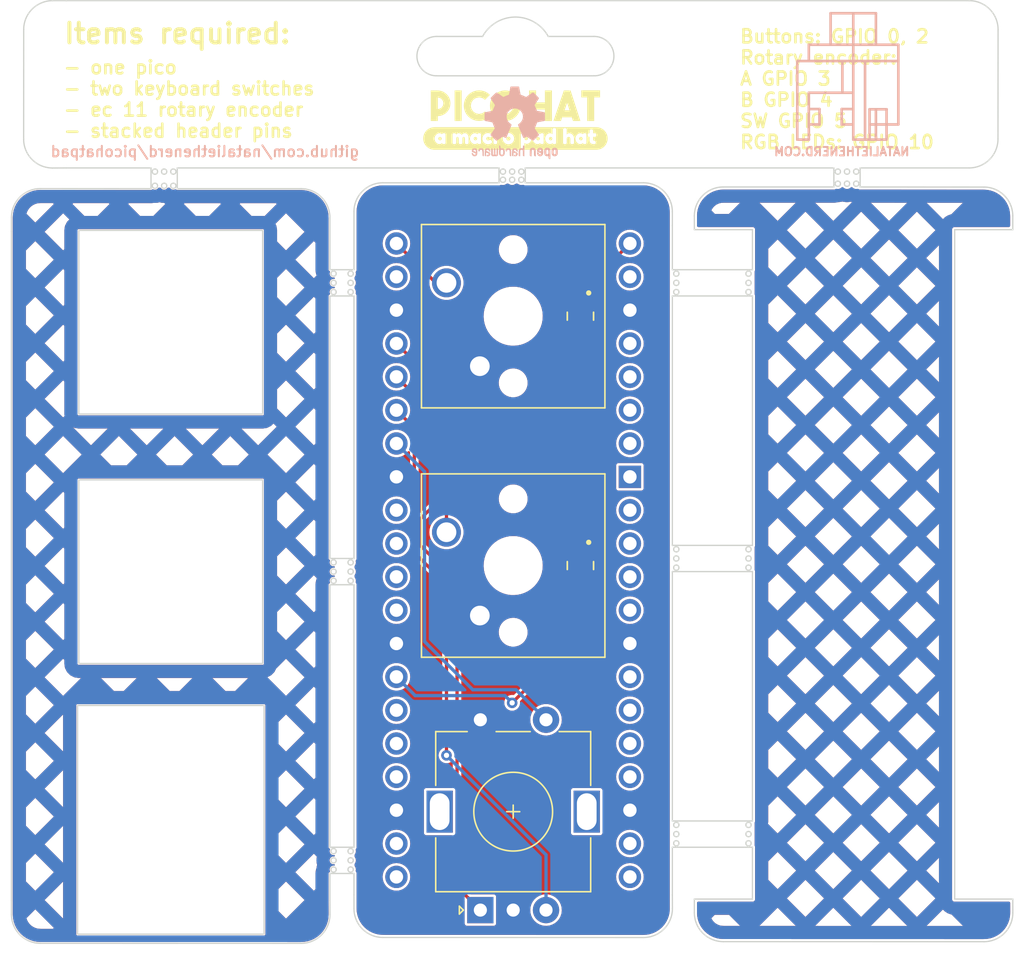
<source format=kicad_pcb>
(kicad_pcb (version 20211014) (generator pcbnew)
  (layers (0 "F.Cu" signal) (31 "B.Cu" signal) (34 "B.Paste" user) (35 "F.Paste" user) (36 "B.SilkS" user "B.Silkscreen") (37 "F.SilkS" user "F.Silkscreen") (38 "B.Mask" user) (39 "F.Mask" user) (44 "Edge.Cuts" user))
  (net 0 "")
  (net 1 "/GPIO5")
  (net 7 "/GPIO10")
  (net 28 "/VBUS")
  (net 29 "GND")
  (net 30 "/GPIO4")
  (net 31 "/GPIO3")
  (net 32 "/GPIO2")
  (net 33 "/GPIO0")
  (net 35 "Net-(U2-Pad1)")
  (footprint "Button_Switch_Keyboard:SW_Cherry_MX_1.00u_PCB" (layer "F.Cu") (at 73 57 90)
    (fp_text reference "SW2" hide)
    (fp_text value "SW_DIP_x01")
    (pad "" np_thru_hole circle locked (at -7.62 5.08 90) (size 1.7 1.7) (drill 1.7) (layers *.Cu *.Mask))
    (pad "" np_thru_hole circle locked (at -2.54 5.08 90) (size 4 4) (drill 4) (layers *.Cu *.Mask))
    (pad "" np_thru_hole circle locked (at 2.54 5.08 90) (size 1.7 1.7) (drill 1.7) (layers *.Cu *.Mask))
    (pad "1" thru_hole circle locked (at 0 0 90) (size 2.2 2.2) (drill 1.5) (layers *.Cu *.Mask) (net 33 "/GPIO0"))
    (pad "2" thru_hole circle locked (at -6.35 2.54 90) (size 2.2 2.2) (drill 1.5) (layers *.Cu *.Mask) (net 29 "GND"))
  )
  (footprint "Button_Switch_Keyboard:SW_Cherry_MX_1.00u_PCB" (layer "F.Cu") (at 73 76 90)
    (fp_text reference "SW1" hide)
    (fp_text value "SW_DIP_x01")
    (pad "" np_thru_hole circle locked (at 2.54 5.08 90) (size 1.7 1.7) (drill 1.7) (layers *.Cu *.Mask))
    (pad "" np_thru_hole circle locked (at -7.62 5.08 90) (size 1.7 1.7) (drill 1.7) (layers *.Cu *.Mask))
    (pad "" np_thru_hole circle locked (at -2.54 5.08 90) (size 4 4) (drill 4) (layers *.Cu *.Mask))
    (pad "1" thru_hole circle locked (at 0 0 90) (size 2.2 2.2) (drill 1.5) (layers *.Cu *.Mask) (net 32 "/GPIO2"))
    (pad "2" thru_hole circle locked (at -6.35 2.54 90) (size 2.2 2.2) (drill 1.5) (layers *.Cu *.Mask) (net 29 "GND"))
  )
  (footprint "kibuzzard-63419FC0" (layer "F.Cu") (at 78.25 46)
    (fp_text reference "kibuzzard-63419FC0" hide)
    (fp_text value "G***" hide)
  )
  (footprint "Rotary_Encoder:RotaryEncoder_Alps_EC11E-Switch_Vertical_H20mm" (layer "F.Cu") (at 75.58 104.79 90)
    (fp_text reference "SW3" hide)
    (fp_text value "RotaryEncoder_Switch")
    (pad "A" thru_hole rect locked (at 0 0 90) (size 2 2) (drill 1) (layers *.Cu *.Mask) (net 31 "/GPIO3"))
    (pad "B" thru_hole circle locked (at 0 5 90) (size 2 2) (drill 1) (layers *.Cu *.Mask) (net 30 "/GPIO4"))
    (pad "C" thru_hole circle locked (at 0 2.5 90) (size 2 2) (drill 1) (layers *.Cu *.Mask) (net 29 "GND"))
    (pad "MP" thru_hole rect locked (at 7.5 -3.1 90) (size 3.2 2) (drill oval 2.8 1.5) (layers *.Cu *.Mask))
    (pad "MP" thru_hole rect locked (at 7.5 8.1 90) (size 3.2 2) (drill oval 2.8 1.5) (layers *.Cu *.Mask))
    (pad "S1" thru_hole circle locked (at 14.5 5 90) (size 2 2) (drill 1) (layers *.Cu *.Mask) (net 1 "/GPIO5"))
    (pad "S2" thru_hole circle locked (at 14.5 0 90) (size 2 2) (drill 1) (layers *.Cu *.Mask) (net 29 "GND"))
  )
  (footprint "KiFont-63419F7A" (layer "F.Cu") (at 78.25 43.5)
    (fp_text reference "KiFont-63419F7A" hide)
    (fp_text value "G***" hide)
  )
  (footprint "MCU_RaspberryPi_and_Boards:RPi_Pico_SMD_TH" (layer "F.Cu") (at 78.077822 78.130301)
    (fp_text reference "U1" hide)
    (fp_text value "Pico")
    (pad "1" thru_hole oval (at -8.89 -24.13) (size 1.7 1.7) (drill 1.02) (layers *.Cu *.Mask) (net 33 "/GPIO0"))
    (pad "2" thru_hole oval (at -8.89 -21.59) (size 1.7 1.7) (drill 1.02) (layers *.Cu *.Mask))
    (pad "3" thru_hole rect (at -8.89 -19.05) (size 1.7 1.7) (drill 1.02) (layers *.Cu *.Mask) (net 29 "GND"))
    (pad "4" thru_hole oval (at -8.89 -16.51) (size 1.7 1.7) (drill 1.02) (layers *.Cu *.Mask) (net 32 "/GPIO2"))
    (pad "5" thru_hole oval (at -8.89 -13.97) (size 1.7 1.7) (drill 1.02) (layers *.Cu *.Mask) (net 31 "/GPIO3"))
    (pad "6" thru_hole oval (at -8.89 -11.43) (size 1.7 1.7) (drill 1.02) (layers *.Cu *.Mask) (net 30 "/GPIO4"))
    (pad "7" thru_hole oval (at -8.89 -8.89) (size 1.7 1.7) (drill 1.02) (layers *.Cu *.Mask) (net 1 "/GPIO5"))
    (pad "8" thru_hole rect (at -8.89 -6.35) (size 1.7 1.7) (drill 1.02) (layers *.Cu *.Mask) (net 29 "GND"))
    (pad "9" thru_hole oval (at -8.89 -3.81) (size 1.7 1.7) (drill 1.02) (layers *.Cu *.Mask))
    (pad "10" thru_hole oval (at -8.89 -1.27) (size 1.7 1.7) (drill 1.02) (layers *.Cu *.Mask))
    (pad "11" thru_hole oval (at -8.89 1.27) (size 1.7 1.7) (drill 1.02) (layers *.Cu *.Mask))
    (pad "12" thru_hole oval (at -8.89 3.81) (size 1.7 1.7) (drill 1.02) (layers *.Cu *.Mask))
    (pad "13" thru_hole rect (at -8.89 6.35) (size 1.7 1.7) (drill 1.02) (layers *.Cu *.Mask) (net 29 "GND"))
    (pad "14" thru_hole oval (at -8.89 8.89) (size 1.7 1.7) (drill 1.02) (layers *.Cu *.Mask) (net 7 "/GPIO10"))
    (pad "15" thru_hole oval (at -8.89 11.43) (size 1.7 1.7) (drill 1.02) (layers *.Cu *.Mask))
    (pad "16" thru_hole oval (at -8.89 13.97) (size 1.7 1.7) (drill 1.02) (layers *.Cu *.Mask))
    (pad "17" thru_hole oval (at -8.89 16.51) (size 1.7 1.7) (drill 1.02) (layers *.Cu *.Mask))
    (pad "18" thru_hole rect (at -8.89 19.05) (size 1.7 1.7) (drill 1.02) (layers *.Cu *.Mask) (net 29 "GND"))
    (pad "19" thru_hole oval (at -8.89 21.59) (size 1.7 1.7) (drill 1.02) (layers *.Cu *.Mask))
    (pad "20" thru_hole oval (at -8.89 24.13) (size 1.7 1.7) (drill 1.02) (layers *.Cu *.Mask))
    (pad "21" thru_hole oval (at 8.89 24.13) (size 1.7 1.7) (drill 1.02) (layers *.Cu *.Mask))
    (pad "22" thru_hole oval (at 8.89 21.59) (size 1.7 1.7) (drill 1.02) (layers *.Cu *.Mask))
    (pad "23" thru_hole rect (at 8.89 19.05) (size 1.7 1.7) (drill 1.02) (layers *.Cu *.Mask) (net 29 "GND"))
    (pad "24" thru_hole oval (at 8.89 16.51) (size 1.7 1.7) (drill 1.02) (layers *.Cu *.Mask))
    (pad "25" thru_hole oval (at 8.89 13.97) (size 1.7 1.7) (drill 1.02) (layers *.Cu *.Mask))
    (pad "26" thru_hole oval (at 8.89 11.43) (size 1.7 1.7) (drill 1.02) (layers *.Cu *.Mask))
    (pad "27" thru_hole oval (at 8.89 8.89) (size 1.7 1.7) (drill 1.02) (layers *.Cu *.Mask))
    (pad "28" thru_hole rect (at 8.89 6.35) (size 1.7 1.7) (drill 1.02) (layers *.Cu *.Mask) (net 29 "GND"))
    (pad "29" thru_hole oval (at 8.89 3.81) (size 1.7 1.7) (drill 1.02) (layers *.Cu *.Mask))
    (pad "30" thru_hole oval (at 8.89 1.27) (size 1.7 1.7) (drill 1.02) (layers *.Cu *.Mask))
    (pad "31" thru_hole oval (at 8.89 -1.27) (size 1.7 1.7) (drill 1.02) (layers *.Cu *.Mask))
    (pad "32" thru_hole oval (at 8.89 -3.81) (size 1.7 1.7) (drill 1.02) (layers *.Cu *.Mask))
    (pad "33" thru_hole rect (at 8.89 -6.35) (size 1.7 1.7) (drill 1.02) (layers *.Cu *.Mask))
    (pad "34" thru_hole oval (at 8.89 -8.89) (size 1.7 1.7) (drill 1.02) (layers *.Cu *.Mask))
    (pad "35" thru_hole oval (at 8.89 -11.43) (size 1.7 1.7) (drill 1.02) (layers *.Cu *.Mask))
    (pad "36" thru_hole oval (at 8.89 -13.97) (size 1.7 1.7) (drill 1.02) (layers *.Cu *.Mask))
    (pad "37" thru_hole oval (at 8.89 -16.51) (size 1.7 1.7) (drill 1.02) (layers *.Cu *.Mask))
    (pad "38" thru_hole rect (at 8.89 -19.05) (size 1.7 1.7) (drill 1.02) (layers *.Cu *.Mask) (net 29 "GND"))
    (pad "39" thru_hole oval (at 8.89 -21.59) (size 1.7 1.7) (drill 1.02) (layers *.Cu *.Mask))
    (pad "40" thru_hole oval (at 8.89 -24.13) (size 1.7 1.7) (drill 1.02) (layers *.Cu *.Mask) (net 28 "/VBUS"))
  )
  (footprint "WS2812-2020:LED_WS2812-2020" (layer "F.Cu") (at 83.2 78.54 -90)
    (fp_text reference "U2" hide)
    (fp_text value "WS2812-2020")
    (pad "1" smd rect locked (at -0.915 -0.55 270) (size 0.7 0.7) (layers "F.Cu" "F.Paste" "F.Mask") (net 35 "Net-(U2-Pad1)"))
    (pad "2" smd rect locked (at -0.915 0.55 270) (size 0.7 0.7) (layers "F.Cu" "F.Paste" "F.Mask") (net 29 "GND"))
    (pad "3" smd rect locked (at 0.915 0.55 270) (size 0.7 0.7) (layers "F.Cu" "F.Paste" "F.Mask") (net 7 "/GPIO10"))
    (pad "4" smd rect locked (at 0.915 -0.55 270) (size 0.7 0.7) (layers "F.Cu" "F.Paste" "F.Mask") (net 28 "/VBUS"))
  )
  (footprint "WS2812-2020:LED_WS2812-2020" (layer "F.Cu") (at 83.2 59.54 -90)
    (fp_text reference "U3" hide)
    (fp_text value "WS2812-2020")
    (pad "1" smd rect locked (at -0.915 -0.55 270) (size 0.7 0.7) (layers "F.Cu" "F.Paste" "F.Mask"))
    (pad "2" smd rect locked (at -0.915 0.55 270) (size 0.7 0.7) (layers "F.Cu" "F.Paste" "F.Mask") (net 29 "GND"))
    (pad "3" smd rect locked (at 0.915 0.55 270) (size 0.7 0.7) (layers "F.Cu" "F.Paste" "F.Mask") (net 35 "Net-(U2-Pad1)"))
    (pad "4" smd rect locked (at 0.915 -0.55 270) (size 0.7 0.7) (layers "F.Cu" "F.Paste" "F.Mask") (net 28 "/VBUS"))
  )
  (footprint "Symbol:OSHW-Logo2_7.3x6mm_SilkScreen" (layer "B.Cu") (at 78.2 44.8 180)
    (fp_text reference "REF**" hide)
    (fp_text value "OSHW-Logo2_7.3x6mm_SilkScreen" hide)
  )
  (footprint "libraries:logo" (layer "B.Cu") (at 103.6 41.75 180)
    (fp_text reference "G***" hide)
    (fp_text value "LOGO" hide)
    (fp_text user "NATALIETHENERD.COM" (at 0.5 -5.25) (layer "B.SilkS") (effects (font (size 0.64 0.64)) (justify mirror)))
  )
  (gr_rect (start 59 53) (end 45 67) (layer "Edge.Cuts") (width 0.1) (fill none))
  (gr_line (start 96.300249 52.949015) (end 91.876728 52.949015) (layer "Edge.Cuts") (width 0.1))
  (gr_circle (center 96 99) (end 96.2 99) (layer "Edge.Cuts") (width 0.1) (fill none))
  (gr_line (start 65.954301 51.575913) (end 65.954301 56) (layer "Edge.Cuts") (width 0.1))
  (gr_circle (center 102.8 48.524366) (end 102.799999 48.724366) (layer "Edge.Cuts") (width 0.1) (fill none))
  (gr_circle (center 78.699998 48.524366) (end 78.699998 48.724365) (layer "Edge.Cuts") (width 0.1) (fill none))
  (gr_line (start 90.200845 79) (end 96.300249 79) (layer "Edge.Cuts") (width 0.1))
  (gr_line (start 78.999998 48.245145) (end 78.999998 49.375913) (layer "Edge.Cuts") (width 0.1))
  (gr_line (start 76.999999 49.375913) (end 68.154301 49.375913) (layer "Edge.Cuts") (width 0.1))
  (gr_circle (center 52.2 49.607435) (end 52.199999 49.807435) (layer "Edge.Cuts") (width 0.1) (fill none))
  (gr_line (start 65.954301 78) (end 64.120779 78) (layer "Edge.Cuts") (width 0.1))
  (gr_arc (start 39.874235 52.020161) (mid 40.5186 50.464526) (end 42.074235 49.820161) (layer "Edge.Cuts") (width 0.1))
  (gr_arc (start 114.996516 46.045146) (mid 114.352151 47.60078) (end 112.796517 48.245145) (layer "Edge.Cuts") (width 0.1))
  (gr_circle (center 90.5 99.7) (end 90.7 99.7) (layer "Edge.Cuts") (width 0.1) (fill none))
  (gr_line (start 111.700249 103.949015) (end 111.700249 52.949015) (layer "Edge.Cuts") (width 0.1))
  (gr_line (start 91.876728 103.949015) (end 96.300249 103.949015) (layer "Edge.Cuts") (width 0.1))
  (gr_line (start 91.876728 51.894627) (end 91.876728 52.949015) (layer "Edge.Cuts") (width 0.1))
  (gr_line (start 64.120779 58) (end 65.954301 58) (layer "Edge.Cuts") (width 0.1))
  (gr_circle (center 104.199999 48.524366) (end 104.199999 48.724365) (layer "Edge.Cuts") (width 0.1) (fill none))
  (gr_circle (center 96 99.7) (end 96.2 99.7) (layer "Edge.Cuts") (width 0.1) (fill none))
  (gr_line (start 90.200845 103.630301) (end 90.2057 104.679087) (layer "Edge.Cuts") (width 0.1))
  (gr_line (start 39.874235 52.020161) (end 39.874235 53.074549) (layer "Edge.Cuts") (width 0.1))
  (gr_circle (center 90.5 78.7) (end 90.7 78.7) (layer "Edge.Cuts") (width 0.1) (fill none))
  (gr_circle (center 77.299999 48.524366) (end 77.299998 48.724366) (layer "Edge.Cuts") (width 0.1) (fill none))
  (gr_arc (start 94.076792 107.19338) (mid 92.521157 106.549015) (end 91.876792 104.99338) (layer "Edge.Cuts") (width 0.1))
  (gr_line (start 76.999999 48.245145) (end 76.999999 49.375913) (layer "Edge.Cuts") (width 0.1))
  (gr_line (start 96.300249 79) (end 96.300249 98) (layer "Edge.Cuts") (width 0.1))
  (gr_circle (center 64.4 56.3) (end 64.6 56.3) (layer "Edge.Cuts") (width 0.1) (fill none))
  (gr_arc (start 112.803485 35.5) (mid 114.35912 36.144365) (end 115.003485 37.7) (layer "Edge.Cuts") (width 0.1))
  (gr_circle (center 64.4 100.3) (end 64.6 100.3) (layer "Edge.Cuts") (width 0.1) (fill none))
  (gr_circle (center 64.4 79.7) (end 64.6 79.7) (layer "Edge.Cuts") (width 0.1) (fill none))
  (gr_line (start 76.999999 48.245145) (end 52.5 48.245145) (layer "Edge.Cuts") (width 0.1))
  (gr_line (start 96.300249 56) (end 90.200845 56) (layer "Edge.Cuts") (width 0.1))
  (gr_arc (start 42.074299 107.318914) (mid 40.518664 106.674549) (end 39.874299 105.118914) (layer "Edge.Cuts") (width 0.1))
  (gr_circle (center 77.299999 49.148373) (end 77.299998 49.348373) (layer "Edge.Cuts") (width 0.1) (fill none))
  (gr_circle (center 65.7 101) (end 65.9 101) (layer "Edge.Cuts") (width 0.1) (fill none))
  (gr_line (start 64.120779 102) (end 64.120779 104.074549) (layer "Edge.Cuts") (width 0.1))
  (gr_line (start 39.874235 53.074549) (end 39.874235 104.074549) (layer "Edge.Cuts") (width 0.1))
  (gr_line (start 44.048786 48.245145) (end 43 48.25) (layer "Edge.Cuts") (width 0.1))
  (gr_line (start 78.999998 48.245145) (end 102.5 48.245145) (layer "Edge.Cuts") (width 0.1))
  (gr_circle (center 90.5 57) (end 90.7 57) (layer "Edge.Cuts") (width 0.1) (fill none))
  (gr_line (start 90.200845 100) (end 96.300249 100) (layer "Edge.Cuts") (width 0.1))
  (gr_line (start 90.200845 100) (end 90.200845 103.630301) (layer "Edge.Cuts") (width 0.1))
  (gr_arc (start 43 48.25) (mid 41.444365 47.605635) (end 40.8 46.05) (layer "Edge.Cuts") (width 0.1))
  (gr_circle (center 96 57) (end 96.2 57) (layer "Edge.Cuts") (width 0.1) (fill none))
  (gr_arc (start 116.128127 104.997801) (mid 115.483762 106.553436) (end 113.928127 107.197801) (layer "Edge.Cuts") (width 0.1))
  (gr_arc (start 84.25 38.226623) (mid 85.75 39.726623) (end 84.25 41.226623) (layer "Edge.Cuts") (width 0.1))
  (gr_circle (center 65.7 78.3) (end 65.9 78.3) (layer "Edge.Cuts") (width 0.1) (fill none))
  (gr_circle (center 50.799999 49.607435) (end 50.8 49.807435) (layer "Edge.Cuts") (width 0.1) (fill none))
  (gr_circle (center 96 78.7) (end 96.2 78.7) (layer "Edge.Cuts") (width 0.1) (fill none))
  (gr_circle (center 65.7 100.3) (end 65.9 100.3) (layer "Edge.Cuts") (width 0.1) (fill none))
  (gr_arc (start 65.954301 51.575913) (mid 66.598666 50.020278) (end 68.154301 49.375913) (layer "Edge.Cuts") (width 0.1))
  (gr_circle (center 96 77.3) (end 96.2 77.3) (layer "Edge.Cuts") (width 0.1) (fill none))
  (gr_line (start 88.000845 49.375913) (end 78.999998 49.375913) (layer "Edge.Cuts") (width 0.1))
  (gr_line (start 50.499999 49.82713) (end 42.074235 49.820161) (layer "Edge.Cuts") (width 0.1))
  (gr_circle (center 51.5 48.524366) (end 51.500001 48.724366) (layer "Edge.Cuts") (width 0.1) (fill none))
  (gr_circle (center 90.5 57.7) (end 90.7 57.7) (layer "Edge.Cuts") (width 0.1) (fill none))
  (gr_line (start 44.048786 35.5) (end 43.004422 35.500064) (layer "Edge.Cuts") (width 0.1))
  (gr_line (start 104.499999 48.245145) (end 112.796517 48.245145) (layer "Edge.Cuts") (width 0.1))
  (gr_circle (center 65.7 56.3) (end 65.9 56.3) (layer "Edge.Cuts") (width 0.1) (fill none))
  (gr_line (start 65.954301 100) (end 65.954301 80) (layer "Edge.Cuts") (width 0.1))
  (gr_circle (center 64.4 101) (end 64.6 101) (layer "Edge.Cuts") (width 0.1) (fill none))
  (gr_circle (center 90.5 77.3) (end 90.7 77.3) (layer "Edge.Cuts") (width 0.1) (fill none))
  (gr_circle (center 103.499999 49.447711) (end 103.499999 49.647711) (layer "Edge.Cuts") (width 0.1) (fill none))
  (gr_line (start 116.123272 52.949015) (end 116.123272 51.901596) (layer "Edge.Cuts") (width 0.1))
  (gr_line (start 64.120779 80) (end 65.954301 80) (layer "Edge.Cuts") (width 0.1))
  (gr_line (start 102.5 49.694627) (end 94.076728 49.694627) (layer "Edge.Cuts") (width 0.1))
  (gr_line (start 90.200845 98) (end 90.200845 79) (layer "Edge.Cuts") (width 0.1))
  (gr_line (start 68.154365 106.874666) (end 88.0057 106.879087) (layer "Edge.Cuts") (width 0.1))
  (gr_line (start 61.920779 49.82713) (end 52.5 49.82713) (layer "Edge.Cuts") (width 0.1))
  (gr_line (start 64.120779 78) (end 64.120779 58) (layer "Edge.Cuts") (width 0.1))
  (gr_line (start 96.300249 77) (end 90.200845 77) (layer "Edge.Cuts") (width 0.1))
  (gr_circle (center 64.4 101.7) (end 64.6 101.7) (layer "Edge.Cuts") (width 0.1) (fill none))
  (gr_arc (start 61.920779 49.82713) (mid 63.476414 50.471495) (end 64.120779 52.02713) (layer "Edge.Cuts") (width 0.1))
  (gr_line (start 114.996516 46.045146) (end 115.003485 37.7) (layer "Edge.Cuts") (width 0.1))
  (gr_circle (center 65.7 101.7) (end 65.9 101.7) (layer "Edge.Cuts") (width 0.1) (fill none))
  (gr_arc (start 72.25 41.226623) (mid 70.75 39.726623) (end 72.25 38.226623) (layer "Edge.Cuts") (width 0.1))
  (gr_arc (start 113.923272 49.701596) (mid 115.478907 50.345961) (end 116.123272 51.901596) (layer "Edge.Cuts") (width 0.1))
  (gr_line (start 96.300249 100) (end 96.300249 103.949015) (layer "Edge.Cuts") (width 0.1))
  (gr_circle (center 78.699998 49.148373) (end 78.699998 49.348372) (layer "Edge.Cuts") (width 0.1) (fill none))
  (gr_line (start 96.300249 98) (end 90.200845 98) (layer "Edge.Cuts") (width 0.1))
  (gr_circle (center 51.5 49.607435) (end 51.500001 49.807435) (layer "Edge.Cuts") (width 0.1) (fill none))
  (gr_line (start 39.874235 104.074549) (end 39.874299 105.118914) (layer "Edge.Cuts") (width 0.1))
  (gr_circle (center 90.5 98.3) (end 90.7 98.3) (layer "Edge.Cuts") (width 0.1) (fill none))
  (gr_line (start 65.954301 103.630301) (end 65.954301 102) (layer "Edge.Cuts") (width 0.1))
  (gr_line (start 64.120779 104.074549) (end 64.125634 105.123335) (layer "Edge.Cuts") (width 0.1))
  (gr_line (start 52.5 48.245145) (end 52.5 49.82713) (layer "Edge.Cuts") (width 0.1))
  (gr_line (start 42.074299 107.318914) (end 61.925634 107.323335) (layer "Edge.Cuts") (width 0.1))
  (gr_arc (start 40.804421 37.700064) (mid 41.448786 36.144428) (end 43.004422 35.500064) (layer "Edge.Cuts") (width 0.1))
  (gr_line (start 90.200845 58) (end 96.300249 58) (layer "Edge.Cuts") (width 0.1))
  (gr_circle (center 65.7 57) (end 65.9 57) (layer "Edge.Cuts") (width 0.1) (fill none))
  (gr_circle (center 64.4 57) (end 64.6 57) (layer "Edge.Cuts") (width 0.1) (fill none))
  (gr_circle (center 104.199999 49.447711) (end 104.199999 49.64771) (layer "Edge.Cuts") (width 0.1) (fill none))
  (gr_circle (center 102.8 49.447711) (end 102.799999 49.647711) (layer "Edge.Cuts") (width 0.1) (fill none))
  (gr_line (start 90.200845 52.630301) (end 90.200845 51.582882) (layer "Edge.Cuts") (width 0.1))
  (gr_rect (start 59.111072 89.199326) (end 44.903697 106.625525) (layer "Edge.Cuts") (width 0.1) (fill none))
  (gr_arc (start 91.876728 51.894627) (mid 92.521093 50.338992) (end 94.076728 49.694627) (layer "Edge.Cuts") (width 0.1))
  (gr_line (start 50.499999 48.245145) (end 50.499999 49.82713) (layer "Edge.Cuts") (width 0.1))
  (gr_line (start 112.803485 35.5) (end 44.048786 35.5) (layer "Edge.Cuts") (width 0.1))
  (gr_circle (center 50.799999 48.524366) (end 50.8 48.724366) (layer "Edge.Cuts") (width 0.1) (fill none))
  (gr_line (start 75.75 38.226623) (end 72.25 38.226623) (layer "Edge.Cuts") (width 0.1))
  (gr_line (start 90.200845 58) (end 90.200845 77) (layer "Edge.Cuts") (width 0.1))
  (gr_line (start 90.200845 56) (end 90.200845 52.630301) (layer "Edge.Cuts") (width 0.1))
  (gr_circle (center 65.7 79.7) (end 65.9 79.7) (layer "Edge.Cuts") (width 0.1) (fill none))
  (gr_circle (center 65.7 57.7) (end 65.9 57.7) (layer "Edge.Cuts") (width 0.1) (fill none))
  (gr_circle (center 96 56.3) (end 96.2 56.3) (layer "Edge.Cuts") (width 0.1) (fill none))
  (gr_circle (center 96 78) (end 96.2 78) (layer "Edge.Cuts") (width 0.1) (fill none))
  (gr_line (start 40.804421 37.700064) (end 40.8 46.05) (layer "Edge.Cuts") (width 0.1))
  (gr_line (start 116.123272 103.949015) (end 116.128127 104.997801) (layer "Edge.Cuts") (width 0.1))
  (gr_line (start 113.923272 49.701596) (end 104.499999 49.694627) (layer "Edge.Cuts") (width 0.1))
  (gr_arc (start 75.75 38.226623) (mid 78.25 36.75) (end 80.75 38.226623) (layer "Edge.Cuts") (width 0.1))
  (gr_circle (center 52.2 48.524366) (end 52.199999 48.724366) (layer "Edge.Cuts") (width 0.1) (fill none))
  (gr_line (start 96.300249 77) (end 96.300249 58) (layer "Edge.Cuts") (width 0.1))
  (gr_arc (start 68.154365 106.874666) (mid 66.59873 106.230301) (end 65.954365 104.674666) (layer "Edge.Cuts") (width 0.1))
  (gr_circle (center 96 98.3) (end 96.2 98.3) (layer "Edge.Cuts") (width 0.1) (fill none))
  (gr_circle (center 90.5 99) (end 90.7 99) (layer "Edge.Cuts") (width 0.1) (fill none))
  (gr_arc (start 88.000845 49.375913) (mid 89.556901 50.024782) (end 90.200845 51.582882) (layer "Edge.Cuts") (width 0.1))
  (gr_line (start 65.954301 58) (end 65.954301 78) (layer "Edge.Cuts") (width 0.1))
  (gr_circle (center 103.499999 48.524366) (end 103.499999 48.724366) (layer "Edge.Cuts") (width 0.1) (fill none))
  (gr_line (start 116.123272 103.949015) (end 111.700249 103.949015) (layer "Edge.Cuts") (width 0.1))
  (gr_arc (start 90.2057 104.679087) (mid 89.561335 106.234722) (end 88.0057 106.879087) (layer "Edge.Cuts") (width 0.1))
  (gr_line (start 104.499999 48.245145) (end 104.499999 49.694627) (layer "Edge.Cuts") (width 0.1))
  (gr_line (start 64.120779 56) (end 64.120779 52.02713) (layer "Edge.Cuts") (width 0.1))
  (gr_circle (center 64.4 57.7) (end 64.6 57.7) (layer "Edge.Cuts") (width 0.1) (fill none))
  (gr_line (start 50.499999 48.245145) (end 44.048786 48.245145) (layer "Edge.Cuts") (width 0.1))
  (gr_circle (center 64.4 79) (end 64.6 79) (layer "Edge.Cuts") (width 0.1) (fill none))
  (gr_line (start 102.5 48.245145) (end 102.5 49.694627) (layer "Edge.Cuts") (width 0.1))
  (gr_circle (center 90.5 78) (end 90.7 78) (layer "Edge.Cuts") (width 0.1) (fill none))
  (gr_rect (start 59 72.004539) (end 45 86.004539) (layer "Edge.Cuts") (width 0.1) (fill none))
  (gr_circle (center 96 57.7) (end 96.2 57.7) (layer "Edge.Cuts") (width 0.1) (fill none))
  (gr_line (start 65.954301 103.630301) (end 65.954365 104.674666) (layer "Edge.Cuts") (width 0.1))
  (gr_arc (start 64.125634 105.123335) (mid 63.481269 106.67897) (end 61.925634 107.323335) (layer "Edge.Cuts") (width 0.1))
  (gr_line (start 94.076792 107.19338) (end 113.928127 107.197801) (layer "Edge.Cuts") (width 0.1))
  (gr_circle (center 78 49.148373) (end 78 49.348373) (layer "Edge.Cuts") (width 0.1) (fill none))
  (gr_line (start 96.300249 56) (end 96.300249 52.949015) (layer "Edge.Cuts") (width 0.1))
  (gr_circle (center 65.7 79) (end 65.9 79) (layer "Edge.Cuts") (width 0.1) (fill none))
  (gr_line (start 111.700249 52.949015) (end 116.123272 52.949015) (layer "Edge.Cuts") (width 0.1))
  (gr_line (start 64.120779 80) (end 64.120779 100) (layer "Edge.Cuts") (width 0.1))
  (gr_line (start 65.954301 56) (end 64.120779 56) (layer "Edge.Cuts") (width 0.1))
  (gr_line (start 64.120779 102) (end 65.954301 102) (layer "Edge.Cuts") (width 0.1))
  (gr_line (start 65.954301 100) (end 64.120779 100) (layer "Edge.Cuts") (width 0.1))
  (gr_line (start 72.25 41.226623) (end 84.25 41.226623) (layer "Edge.Cuts") (width 0.1))
  (gr_circle (center 64.4 78.3) (end 64.6 78.3) (layer "Edge.Cuts") (width 0.1) (fill none))
  (gr_line (start 80.75 38.226623) (end 84.25 38.226623) (layer "Edge.Cuts") (width 0.1))
  (gr_circle (center 90.5 56.3) (end 90.7 56.3) (layer "Edge.Cuts") (width 0.1) (fill none))
  (gr_line (start 91.876728 103.949015) (end 91.876792 104.99338) (layer "Edge.Cuts") (width 0.1))
  (gr_circle (center 77.999998 48.524366) (end 77.999998 48.724366) (layer "Edge.Cuts") (width 0.1) (fill none))
  (gr_text "github.com/nataliethenerd/picohatpad" (at 54.6 47) (layer "B.SilkS") (effects (font (size 0.8 0.8)) (justify mirror)))
  (gr_text "Buttons: GPIO 0, 2\nRotary encoder:\nA GPIO 3\nB GPIO 4\nSW GPIO 5\nRGB LEDs: GPIO 10" (at 95.25 42.25) (layer "F.SilkS") (effects (font (size 1 1) (thickness 0.2)) (justify left)))
  (gr_text "Items required:" (at 52.5 38) (layer "F.SilkS") (effects (font (size 1.5 1.5) (thickness 0.3))))
  (gr_text "- one pico\n- two keyboard switches\n- ec 11 rotary encoder\n- stacked header pins" (at 43.75 43) (layer "F.SilkS") (effects (font (size 1 1) (thickness 0.2)) (justify left)))
  (segment (start 75 88) (end 78.29 88) (width 0.25) (layer "B.Cu") (net 1))
  (segment (start 78.29 88) (end 80.58 90.29) (width 0.25) (layer "B.Cu") (net 1))
  (segment (start 71.327004 84.327004) (end 75 88) (width 0.25) (layer "B.Cu") (net 1))
  (segment (start 71.327004 71.379483) (end 71.327004 84.327004) (width 0.25) (layer "B.Cu") (net 1))
  (segment (start 69.187822 69.240301) (end 71.327004 71.379483) (width 0.25) (layer "B.Cu") (net 1))
  (segment (start 82.45 84.55) (end 78 89) (width 0.25) (layer "F.Cu") (net 7))
  (segment (start 82.45 79.455) (end 82.45 83.55) (width 0.25) (layer "F.Cu") (net 7))
  (segment (start 82.45 83.55) (end 82.45 84.55) (width 0.25) (layer "F.Cu") (net 7))
  (via (at 78 89) (size 0.8) (drill 0.4) (layers "F.Cu" "B.Cu") (net 7))
  (segment (start 77.44952 88.44952) (end 70.617041 88.44952) (width 0.25) (layer "B.Cu") (net 7))
  (segment (start 70.617041 88.44952) (end 69.187822 87.020301) (width 0.25) (layer "B.Cu") (net 7))
  (segment (start 78 89) (end 77.44952 88.44952) (width 0.25) (layer "B.Cu") (net 7))
  (segment (start 83.55 79.45) (end 84.545 78.455) (width 0.25) (layer "F.Cu") (net 28))
  (segment (start 83.55 79.455) (end 83.55 79.45) (width 0.25) (layer "F.Cu") (net 28))
  (segment (start 83.55 60.455) (end 83.55 60.45) (width 0.25) (layer "F.Cu") (net 28))
  (segment (start 84.545 61.455) (end 84.545 61.45) (width 0.25) (layer "F.Cu") (net 28))
  (segment (start 84.545 61.45) (end 83.55 60.455) (width 0.25) (layer "F.Cu") (net 28))
  (segment (start 84.545 78.455) (end 84.545 61.455) (width 0.25) (layer "F.Cu") (net 28))
  (segment (start 84.545 56.423123) (end 86.967822 54.000301) (width 0.25) (layer "F.Cu") (net 28))
  (segment (start 84.545 61.455) (end 84.545 56.423123) (width 0.25) (layer "F.Cu") (net 28))
  (segment (start 70.55048 77.55048) (end 73 80) (width 0.25) (layer "F.Cu") (net 30))
  (segment (start 73 80) (end 73 93) (width 0.25) (layer "F.Cu") (net 30))
  (segment (start 69.187822 66.700301) (end 70.55048 68.062959) (width 0.25) (layer "F.Cu") (net 30))
  (segment (start 70.55048 68.062959) (end 70.55048 77.55048) (width 0.25) (layer "F.Cu") (net 30))
  (via (at 73 93) (size 0.8) (drill 0.4) (layers "F.Cu" "B.Cu") (net 30))
  (segment (start 73 93) (end 80.58 100.58) (width 0.25) (layer "B.Cu") (net 30))
  (segment (start 80.58 100.58) (end 80.58 104.79) (width 0.25) (layer "B.Cu") (net 30))
  (segment (start 71 75) (end 71 77) (width 0.25) (layer "F.Cu") (net 31))
  (segment (start 69.187822 64.160301) (end 72 66.972479) (width 0.25) (layer "F.Cu") (net 31))
  (segment (start 73.804511 79.804511) (end 73.804511 103.014511) (width 0.25) (layer "F.Cu") (net 31))
  (segment (start 71 77) (end 73.804511 79.804511) (width 0.25) (layer "F.Cu") (net 31))
  (segment (start 73.804511 103.014511) (end 75.58 104.79) (width 0.25) (layer "F.Cu") (net 31))
  (segment (start 72 66.972479) (end 72 74) (width 0.25) (layer "F.Cu") (net 31))
  (segment (start 72 74) (end 71 75) (width 0.25) (layer "F.Cu") (net 31))
  (segment (start 69.187822 61.620301) (end 73 65.432479) (width 0.25) (layer "F.Cu") (net 32))
  (segment (start 73 65.432479) (end 73 76) (width 0.25) (layer "F.Cu") (net 32))
  (segment (start 69.187822 54.000301) (end 72.187521 57) (width 0.25) (layer "F.Cu") (net 33))
  (segment (start 72.187521 57) (end 73 57) (width 0.25) (layer "F.Cu") (net 33))
  (segment (start 82.45 76.275978) (end 83.55 77.375978) (width 0.25) (layer "F.Cu") (net 35))
  (segment (start 83.55 77.375978) (end 83.55 77.625) (width 0.25) (layer "F.Cu") (net 35))
  (segment (start 82.45 60.455) (end 82.45 76.275978) (width 0.25) (layer "F.Cu") (net 35))
  (zone (net 0) (net_name "") (layers F&B.Cu) (priority 1) (connect_pads no (clearance 0.1)) (min_thickness 0.1) (fill yes (mode hatch) (thermal_gap 0.1) (thermal_bridge_width 0.1) (hatch_thickness 1) (hatch_gap 2) (hatch_orientation 45) (hatch_border_algorithm hatch_thickness) (hatch_min_hole_area 0.3))
    (polygon (pts (xy 64.5 109) (xy 39 109) (xy 39 49.75) (xy 64.5 49.75)))
  )
  (zone (net 0) (net_name "") (layers F&B.Cu) (priority 1) (connect_pads yes (clearance 0.2)) (min_thickness 0.2) (fill yes (mode hatch) (thermal_gap 0.2) (thermal_bridge_width 0.2) (hatch_thickness 1) (hatch_gap 2) (hatch_orientation 45) (hatch_border_algorithm hatch_thickness) (hatch_min_hole_area 0.3))
    (polygon (pts (xy 117 109) (xy 91 109) (xy 91 49) (xy 117 49)))
  )
  (zone (net 29) (net_name "GND") (layers F&B.Cu) (connect_pads yes (clearance 0.2)) (min_thickness 0.2) (fill yes (thermal_gap 0.2) (thermal_bridge_width 0.2))
    (polygon (pts (xy 90 109) (xy 66 109) (xy 66.000001 49.44226) (xy 90.000001 49.44226)))
  )
  (zone (net 0) (net_name "") (layers F&B.Cu) (connect_pads no (clearance 0)) (min_thickness 0.2)
    (keepout (tracks allowed) (vias allowed) (pads allowed) (copperpour not_allowed) (footprints allowed))
    (fill (mode hatch) (thermal_gap 0.2) (thermal_bridge_width 0.2) (hatch_thickness 0.8) (hatch_gap 2) (hatch_orientation 45) (hatch_border_algorithm hatch_thickness) (hatch_min_hole_area 0.3))
    (polygon (pts (xy 91 55) (xy 96.469199 55.000001) (xy 96.469199 102.000001) (xy 90.587679 102.249076) (xy 90.848869 54.728683)))
  )
)
</source>
